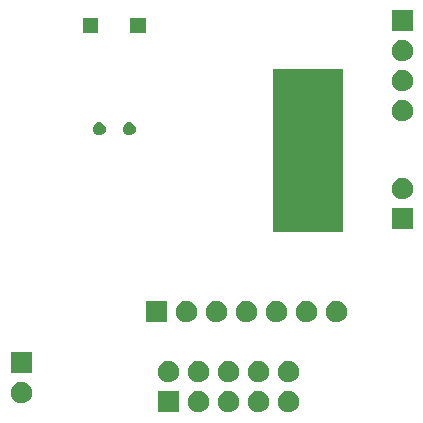
<source format=gbr>
G04 #@! TF.GenerationSoftware,KiCad,Pcbnew,5.1.5-1.fc30*
G04 #@! TF.CreationDate,2020-02-08T00:59:57+03:00*
G04 #@! TF.ProjectId,Tamagotchi-Atmega8,54616d61-676f-4746-9368-692d41746d65,rev?*
G04 #@! TF.SameCoordinates,Original*
G04 #@! TF.FileFunction,Soldermask,Bot*
G04 #@! TF.FilePolarity,Negative*
%FSLAX46Y46*%
G04 Gerber Fmt 4.6, Leading zero omitted, Abs format (unit mm)*
G04 Created by KiCad (PCBNEW 5.1.5-1.fc30) date 2020-02-08 00:59:57*
%MOMM*%
%LPD*%
G04 APERTURE LIST*
%ADD10C,0.100000*%
G04 APERTURE END LIST*
D10*
G36*
X141478000Y-88138000D02*
G01*
X135636000Y-88138000D01*
X135636000Y-74422000D01*
X141478000Y-74422000D01*
X141478000Y-88138000D01*
G37*
X141478000Y-88138000D02*
X135636000Y-88138000D01*
X135636000Y-74422000D01*
X141478000Y-74422000D01*
X141478000Y-88138000D01*
G36*
X127647000Y-103517000D02*
G01*
X125845000Y-103517000D01*
X125845000Y-101715000D01*
X127647000Y-101715000D01*
X127647000Y-103517000D01*
G37*
G36*
X129399512Y-101719927D02*
G01*
X129548812Y-101749624D01*
X129712784Y-101817544D01*
X129860354Y-101916147D01*
X129985853Y-102041646D01*
X130084456Y-102189216D01*
X130152376Y-102353188D01*
X130187000Y-102527259D01*
X130187000Y-102704741D01*
X130152376Y-102878812D01*
X130084456Y-103042784D01*
X129985853Y-103190354D01*
X129860354Y-103315853D01*
X129712784Y-103414456D01*
X129548812Y-103482376D01*
X129399512Y-103512073D01*
X129374742Y-103517000D01*
X129197258Y-103517000D01*
X129172488Y-103512073D01*
X129023188Y-103482376D01*
X128859216Y-103414456D01*
X128711646Y-103315853D01*
X128586147Y-103190354D01*
X128487544Y-103042784D01*
X128419624Y-102878812D01*
X128385000Y-102704741D01*
X128385000Y-102527259D01*
X128419624Y-102353188D01*
X128487544Y-102189216D01*
X128586147Y-102041646D01*
X128711646Y-101916147D01*
X128859216Y-101817544D01*
X129023188Y-101749624D01*
X129172488Y-101719927D01*
X129197258Y-101715000D01*
X129374742Y-101715000D01*
X129399512Y-101719927D01*
G37*
G36*
X131939512Y-101719927D02*
G01*
X132088812Y-101749624D01*
X132252784Y-101817544D01*
X132400354Y-101916147D01*
X132525853Y-102041646D01*
X132624456Y-102189216D01*
X132692376Y-102353188D01*
X132727000Y-102527259D01*
X132727000Y-102704741D01*
X132692376Y-102878812D01*
X132624456Y-103042784D01*
X132525853Y-103190354D01*
X132400354Y-103315853D01*
X132252784Y-103414456D01*
X132088812Y-103482376D01*
X131939512Y-103512073D01*
X131914742Y-103517000D01*
X131737258Y-103517000D01*
X131712488Y-103512073D01*
X131563188Y-103482376D01*
X131399216Y-103414456D01*
X131251646Y-103315853D01*
X131126147Y-103190354D01*
X131027544Y-103042784D01*
X130959624Y-102878812D01*
X130925000Y-102704741D01*
X130925000Y-102527259D01*
X130959624Y-102353188D01*
X131027544Y-102189216D01*
X131126147Y-102041646D01*
X131251646Y-101916147D01*
X131399216Y-101817544D01*
X131563188Y-101749624D01*
X131712488Y-101719927D01*
X131737258Y-101715000D01*
X131914742Y-101715000D01*
X131939512Y-101719927D01*
G37*
G36*
X137019512Y-101719927D02*
G01*
X137168812Y-101749624D01*
X137332784Y-101817544D01*
X137480354Y-101916147D01*
X137605853Y-102041646D01*
X137704456Y-102189216D01*
X137772376Y-102353188D01*
X137807000Y-102527259D01*
X137807000Y-102704741D01*
X137772376Y-102878812D01*
X137704456Y-103042784D01*
X137605853Y-103190354D01*
X137480354Y-103315853D01*
X137332784Y-103414456D01*
X137168812Y-103482376D01*
X137019512Y-103512073D01*
X136994742Y-103517000D01*
X136817258Y-103517000D01*
X136792488Y-103512073D01*
X136643188Y-103482376D01*
X136479216Y-103414456D01*
X136331646Y-103315853D01*
X136206147Y-103190354D01*
X136107544Y-103042784D01*
X136039624Y-102878812D01*
X136005000Y-102704741D01*
X136005000Y-102527259D01*
X136039624Y-102353188D01*
X136107544Y-102189216D01*
X136206147Y-102041646D01*
X136331646Y-101916147D01*
X136479216Y-101817544D01*
X136643188Y-101749624D01*
X136792488Y-101719927D01*
X136817258Y-101715000D01*
X136994742Y-101715000D01*
X137019512Y-101719927D01*
G37*
G36*
X134479512Y-101719927D02*
G01*
X134628812Y-101749624D01*
X134792784Y-101817544D01*
X134940354Y-101916147D01*
X135065853Y-102041646D01*
X135164456Y-102189216D01*
X135232376Y-102353188D01*
X135267000Y-102527259D01*
X135267000Y-102704741D01*
X135232376Y-102878812D01*
X135164456Y-103042784D01*
X135065853Y-103190354D01*
X134940354Y-103315853D01*
X134792784Y-103414456D01*
X134628812Y-103482376D01*
X134479512Y-103512073D01*
X134454742Y-103517000D01*
X134277258Y-103517000D01*
X134252488Y-103512073D01*
X134103188Y-103482376D01*
X133939216Y-103414456D01*
X133791646Y-103315853D01*
X133666147Y-103190354D01*
X133567544Y-103042784D01*
X133499624Y-102878812D01*
X133465000Y-102704741D01*
X133465000Y-102527259D01*
X133499624Y-102353188D01*
X133567544Y-102189216D01*
X133666147Y-102041646D01*
X133791646Y-101916147D01*
X133939216Y-101817544D01*
X134103188Y-101749624D01*
X134252488Y-101719927D01*
X134277258Y-101715000D01*
X134454742Y-101715000D01*
X134479512Y-101719927D01*
G37*
G36*
X114413512Y-100957927D02*
G01*
X114562812Y-100987624D01*
X114726784Y-101055544D01*
X114874354Y-101154147D01*
X114999853Y-101279646D01*
X115098456Y-101427216D01*
X115166376Y-101591188D01*
X115201000Y-101765259D01*
X115201000Y-101942741D01*
X115166376Y-102116812D01*
X115098456Y-102280784D01*
X114999853Y-102428354D01*
X114874354Y-102553853D01*
X114726784Y-102652456D01*
X114562812Y-102720376D01*
X114413512Y-102750073D01*
X114388742Y-102755000D01*
X114211258Y-102755000D01*
X114186488Y-102750073D01*
X114037188Y-102720376D01*
X113873216Y-102652456D01*
X113725646Y-102553853D01*
X113600147Y-102428354D01*
X113501544Y-102280784D01*
X113433624Y-102116812D01*
X113399000Y-101942741D01*
X113399000Y-101765259D01*
X113433624Y-101591188D01*
X113501544Y-101427216D01*
X113600147Y-101279646D01*
X113725646Y-101154147D01*
X113873216Y-101055544D01*
X114037188Y-100987624D01*
X114186488Y-100957927D01*
X114211258Y-100953000D01*
X114388742Y-100953000D01*
X114413512Y-100957927D01*
G37*
G36*
X134479512Y-99179927D02*
G01*
X134628812Y-99209624D01*
X134792784Y-99277544D01*
X134940354Y-99376147D01*
X135065853Y-99501646D01*
X135164456Y-99649216D01*
X135232376Y-99813188D01*
X135267000Y-99987259D01*
X135267000Y-100164741D01*
X135232376Y-100338812D01*
X135164456Y-100502784D01*
X135065853Y-100650354D01*
X134940354Y-100775853D01*
X134792784Y-100874456D01*
X134628812Y-100942376D01*
X134479512Y-100972073D01*
X134454742Y-100977000D01*
X134277258Y-100977000D01*
X134252488Y-100972073D01*
X134103188Y-100942376D01*
X133939216Y-100874456D01*
X133791646Y-100775853D01*
X133666147Y-100650354D01*
X133567544Y-100502784D01*
X133499624Y-100338812D01*
X133465000Y-100164741D01*
X133465000Y-99987259D01*
X133499624Y-99813188D01*
X133567544Y-99649216D01*
X133666147Y-99501646D01*
X133791646Y-99376147D01*
X133939216Y-99277544D01*
X134103188Y-99209624D01*
X134252488Y-99179927D01*
X134277258Y-99175000D01*
X134454742Y-99175000D01*
X134479512Y-99179927D01*
G37*
G36*
X126859512Y-99179927D02*
G01*
X127008812Y-99209624D01*
X127172784Y-99277544D01*
X127320354Y-99376147D01*
X127445853Y-99501646D01*
X127544456Y-99649216D01*
X127612376Y-99813188D01*
X127647000Y-99987259D01*
X127647000Y-100164741D01*
X127612376Y-100338812D01*
X127544456Y-100502784D01*
X127445853Y-100650354D01*
X127320354Y-100775853D01*
X127172784Y-100874456D01*
X127008812Y-100942376D01*
X126859512Y-100972073D01*
X126834742Y-100977000D01*
X126657258Y-100977000D01*
X126632488Y-100972073D01*
X126483188Y-100942376D01*
X126319216Y-100874456D01*
X126171646Y-100775853D01*
X126046147Y-100650354D01*
X125947544Y-100502784D01*
X125879624Y-100338812D01*
X125845000Y-100164741D01*
X125845000Y-99987259D01*
X125879624Y-99813188D01*
X125947544Y-99649216D01*
X126046147Y-99501646D01*
X126171646Y-99376147D01*
X126319216Y-99277544D01*
X126483188Y-99209624D01*
X126632488Y-99179927D01*
X126657258Y-99175000D01*
X126834742Y-99175000D01*
X126859512Y-99179927D01*
G37*
G36*
X129399512Y-99179927D02*
G01*
X129548812Y-99209624D01*
X129712784Y-99277544D01*
X129860354Y-99376147D01*
X129985853Y-99501646D01*
X130084456Y-99649216D01*
X130152376Y-99813188D01*
X130187000Y-99987259D01*
X130187000Y-100164741D01*
X130152376Y-100338812D01*
X130084456Y-100502784D01*
X129985853Y-100650354D01*
X129860354Y-100775853D01*
X129712784Y-100874456D01*
X129548812Y-100942376D01*
X129399512Y-100972073D01*
X129374742Y-100977000D01*
X129197258Y-100977000D01*
X129172488Y-100972073D01*
X129023188Y-100942376D01*
X128859216Y-100874456D01*
X128711646Y-100775853D01*
X128586147Y-100650354D01*
X128487544Y-100502784D01*
X128419624Y-100338812D01*
X128385000Y-100164741D01*
X128385000Y-99987259D01*
X128419624Y-99813188D01*
X128487544Y-99649216D01*
X128586147Y-99501646D01*
X128711646Y-99376147D01*
X128859216Y-99277544D01*
X129023188Y-99209624D01*
X129172488Y-99179927D01*
X129197258Y-99175000D01*
X129374742Y-99175000D01*
X129399512Y-99179927D01*
G37*
G36*
X131939512Y-99179927D02*
G01*
X132088812Y-99209624D01*
X132252784Y-99277544D01*
X132400354Y-99376147D01*
X132525853Y-99501646D01*
X132624456Y-99649216D01*
X132692376Y-99813188D01*
X132727000Y-99987259D01*
X132727000Y-100164741D01*
X132692376Y-100338812D01*
X132624456Y-100502784D01*
X132525853Y-100650354D01*
X132400354Y-100775853D01*
X132252784Y-100874456D01*
X132088812Y-100942376D01*
X131939512Y-100972073D01*
X131914742Y-100977000D01*
X131737258Y-100977000D01*
X131712488Y-100972073D01*
X131563188Y-100942376D01*
X131399216Y-100874456D01*
X131251646Y-100775853D01*
X131126147Y-100650354D01*
X131027544Y-100502784D01*
X130959624Y-100338812D01*
X130925000Y-100164741D01*
X130925000Y-99987259D01*
X130959624Y-99813188D01*
X131027544Y-99649216D01*
X131126147Y-99501646D01*
X131251646Y-99376147D01*
X131399216Y-99277544D01*
X131563188Y-99209624D01*
X131712488Y-99179927D01*
X131737258Y-99175000D01*
X131914742Y-99175000D01*
X131939512Y-99179927D01*
G37*
G36*
X137019512Y-99179927D02*
G01*
X137168812Y-99209624D01*
X137332784Y-99277544D01*
X137480354Y-99376147D01*
X137605853Y-99501646D01*
X137704456Y-99649216D01*
X137772376Y-99813188D01*
X137807000Y-99987259D01*
X137807000Y-100164741D01*
X137772376Y-100338812D01*
X137704456Y-100502784D01*
X137605853Y-100650354D01*
X137480354Y-100775853D01*
X137332784Y-100874456D01*
X137168812Y-100942376D01*
X137019512Y-100972073D01*
X136994742Y-100977000D01*
X136817258Y-100977000D01*
X136792488Y-100972073D01*
X136643188Y-100942376D01*
X136479216Y-100874456D01*
X136331646Y-100775853D01*
X136206147Y-100650354D01*
X136107544Y-100502784D01*
X136039624Y-100338812D01*
X136005000Y-100164741D01*
X136005000Y-99987259D01*
X136039624Y-99813188D01*
X136107544Y-99649216D01*
X136206147Y-99501646D01*
X136331646Y-99376147D01*
X136479216Y-99277544D01*
X136643188Y-99209624D01*
X136792488Y-99179927D01*
X136817258Y-99175000D01*
X136994742Y-99175000D01*
X137019512Y-99179927D01*
G37*
G36*
X115201000Y-100215000D02*
G01*
X113399000Y-100215000D01*
X113399000Y-98413000D01*
X115201000Y-98413000D01*
X115201000Y-100215000D01*
G37*
G36*
X130923512Y-94099927D02*
G01*
X131072812Y-94129624D01*
X131236784Y-94197544D01*
X131384354Y-94296147D01*
X131509853Y-94421646D01*
X131608456Y-94569216D01*
X131676376Y-94733188D01*
X131711000Y-94907259D01*
X131711000Y-95084741D01*
X131676376Y-95258812D01*
X131608456Y-95422784D01*
X131509853Y-95570354D01*
X131384354Y-95695853D01*
X131236784Y-95794456D01*
X131072812Y-95862376D01*
X130923512Y-95892073D01*
X130898742Y-95897000D01*
X130721258Y-95897000D01*
X130696488Y-95892073D01*
X130547188Y-95862376D01*
X130383216Y-95794456D01*
X130235646Y-95695853D01*
X130110147Y-95570354D01*
X130011544Y-95422784D01*
X129943624Y-95258812D01*
X129909000Y-95084741D01*
X129909000Y-94907259D01*
X129943624Y-94733188D01*
X130011544Y-94569216D01*
X130110147Y-94421646D01*
X130235646Y-94296147D01*
X130383216Y-94197544D01*
X130547188Y-94129624D01*
X130696488Y-94099927D01*
X130721258Y-94095000D01*
X130898742Y-94095000D01*
X130923512Y-94099927D01*
G37*
G36*
X141083512Y-94099927D02*
G01*
X141232812Y-94129624D01*
X141396784Y-94197544D01*
X141544354Y-94296147D01*
X141669853Y-94421646D01*
X141768456Y-94569216D01*
X141836376Y-94733188D01*
X141871000Y-94907259D01*
X141871000Y-95084741D01*
X141836376Y-95258812D01*
X141768456Y-95422784D01*
X141669853Y-95570354D01*
X141544354Y-95695853D01*
X141396784Y-95794456D01*
X141232812Y-95862376D01*
X141083512Y-95892073D01*
X141058742Y-95897000D01*
X140881258Y-95897000D01*
X140856488Y-95892073D01*
X140707188Y-95862376D01*
X140543216Y-95794456D01*
X140395646Y-95695853D01*
X140270147Y-95570354D01*
X140171544Y-95422784D01*
X140103624Y-95258812D01*
X140069000Y-95084741D01*
X140069000Y-94907259D01*
X140103624Y-94733188D01*
X140171544Y-94569216D01*
X140270147Y-94421646D01*
X140395646Y-94296147D01*
X140543216Y-94197544D01*
X140707188Y-94129624D01*
X140856488Y-94099927D01*
X140881258Y-94095000D01*
X141058742Y-94095000D01*
X141083512Y-94099927D01*
G37*
G36*
X138543512Y-94099927D02*
G01*
X138692812Y-94129624D01*
X138856784Y-94197544D01*
X139004354Y-94296147D01*
X139129853Y-94421646D01*
X139228456Y-94569216D01*
X139296376Y-94733188D01*
X139331000Y-94907259D01*
X139331000Y-95084741D01*
X139296376Y-95258812D01*
X139228456Y-95422784D01*
X139129853Y-95570354D01*
X139004354Y-95695853D01*
X138856784Y-95794456D01*
X138692812Y-95862376D01*
X138543512Y-95892073D01*
X138518742Y-95897000D01*
X138341258Y-95897000D01*
X138316488Y-95892073D01*
X138167188Y-95862376D01*
X138003216Y-95794456D01*
X137855646Y-95695853D01*
X137730147Y-95570354D01*
X137631544Y-95422784D01*
X137563624Y-95258812D01*
X137529000Y-95084741D01*
X137529000Y-94907259D01*
X137563624Y-94733188D01*
X137631544Y-94569216D01*
X137730147Y-94421646D01*
X137855646Y-94296147D01*
X138003216Y-94197544D01*
X138167188Y-94129624D01*
X138316488Y-94099927D01*
X138341258Y-94095000D01*
X138518742Y-94095000D01*
X138543512Y-94099927D01*
G37*
G36*
X136003512Y-94099927D02*
G01*
X136152812Y-94129624D01*
X136316784Y-94197544D01*
X136464354Y-94296147D01*
X136589853Y-94421646D01*
X136688456Y-94569216D01*
X136756376Y-94733188D01*
X136791000Y-94907259D01*
X136791000Y-95084741D01*
X136756376Y-95258812D01*
X136688456Y-95422784D01*
X136589853Y-95570354D01*
X136464354Y-95695853D01*
X136316784Y-95794456D01*
X136152812Y-95862376D01*
X136003512Y-95892073D01*
X135978742Y-95897000D01*
X135801258Y-95897000D01*
X135776488Y-95892073D01*
X135627188Y-95862376D01*
X135463216Y-95794456D01*
X135315646Y-95695853D01*
X135190147Y-95570354D01*
X135091544Y-95422784D01*
X135023624Y-95258812D01*
X134989000Y-95084741D01*
X134989000Y-94907259D01*
X135023624Y-94733188D01*
X135091544Y-94569216D01*
X135190147Y-94421646D01*
X135315646Y-94296147D01*
X135463216Y-94197544D01*
X135627188Y-94129624D01*
X135776488Y-94099927D01*
X135801258Y-94095000D01*
X135978742Y-94095000D01*
X136003512Y-94099927D01*
G37*
G36*
X126631000Y-95897000D02*
G01*
X124829000Y-95897000D01*
X124829000Y-94095000D01*
X126631000Y-94095000D01*
X126631000Y-95897000D01*
G37*
G36*
X128383512Y-94099927D02*
G01*
X128532812Y-94129624D01*
X128696784Y-94197544D01*
X128844354Y-94296147D01*
X128969853Y-94421646D01*
X129068456Y-94569216D01*
X129136376Y-94733188D01*
X129171000Y-94907259D01*
X129171000Y-95084741D01*
X129136376Y-95258812D01*
X129068456Y-95422784D01*
X128969853Y-95570354D01*
X128844354Y-95695853D01*
X128696784Y-95794456D01*
X128532812Y-95862376D01*
X128383512Y-95892073D01*
X128358742Y-95897000D01*
X128181258Y-95897000D01*
X128156488Y-95892073D01*
X128007188Y-95862376D01*
X127843216Y-95794456D01*
X127695646Y-95695853D01*
X127570147Y-95570354D01*
X127471544Y-95422784D01*
X127403624Y-95258812D01*
X127369000Y-95084741D01*
X127369000Y-94907259D01*
X127403624Y-94733188D01*
X127471544Y-94569216D01*
X127570147Y-94421646D01*
X127695646Y-94296147D01*
X127843216Y-94197544D01*
X128007188Y-94129624D01*
X128156488Y-94099927D01*
X128181258Y-94095000D01*
X128358742Y-94095000D01*
X128383512Y-94099927D01*
G37*
G36*
X133463512Y-94099927D02*
G01*
X133612812Y-94129624D01*
X133776784Y-94197544D01*
X133924354Y-94296147D01*
X134049853Y-94421646D01*
X134148456Y-94569216D01*
X134216376Y-94733188D01*
X134251000Y-94907259D01*
X134251000Y-95084741D01*
X134216376Y-95258812D01*
X134148456Y-95422784D01*
X134049853Y-95570354D01*
X133924354Y-95695853D01*
X133776784Y-95794456D01*
X133612812Y-95862376D01*
X133463512Y-95892073D01*
X133438742Y-95897000D01*
X133261258Y-95897000D01*
X133236488Y-95892073D01*
X133087188Y-95862376D01*
X132923216Y-95794456D01*
X132775646Y-95695853D01*
X132650147Y-95570354D01*
X132551544Y-95422784D01*
X132483624Y-95258812D01*
X132449000Y-95084741D01*
X132449000Y-94907259D01*
X132483624Y-94733188D01*
X132551544Y-94569216D01*
X132650147Y-94421646D01*
X132775646Y-94296147D01*
X132923216Y-94197544D01*
X133087188Y-94129624D01*
X133236488Y-94099927D01*
X133261258Y-94095000D01*
X133438742Y-94095000D01*
X133463512Y-94099927D01*
G37*
G36*
X147459000Y-88023000D02*
G01*
X145657000Y-88023000D01*
X145657000Y-86221000D01*
X147459000Y-86221000D01*
X147459000Y-88023000D01*
G37*
G36*
X146671512Y-83685927D02*
G01*
X146820812Y-83715624D01*
X146984784Y-83783544D01*
X147132354Y-83882147D01*
X147257853Y-84007646D01*
X147356456Y-84155216D01*
X147424376Y-84319188D01*
X147459000Y-84493259D01*
X147459000Y-84670741D01*
X147424376Y-84844812D01*
X147356456Y-85008784D01*
X147257853Y-85156354D01*
X147132354Y-85281853D01*
X146984784Y-85380456D01*
X146820812Y-85448376D01*
X146671512Y-85478073D01*
X146646742Y-85483000D01*
X146469258Y-85483000D01*
X146444488Y-85478073D01*
X146295188Y-85448376D01*
X146131216Y-85380456D01*
X145983646Y-85281853D01*
X145858147Y-85156354D01*
X145759544Y-85008784D01*
X145691624Y-84844812D01*
X145657000Y-84670741D01*
X145657000Y-84493259D01*
X145691624Y-84319188D01*
X145759544Y-84155216D01*
X145858147Y-84007646D01*
X145983646Y-83882147D01*
X146131216Y-83783544D01*
X146295188Y-83715624D01*
X146444488Y-83685927D01*
X146469258Y-83681000D01*
X146646742Y-83681000D01*
X146671512Y-83685927D01*
G37*
G36*
X123604721Y-78972174D02*
G01*
X123704995Y-79013709D01*
X123704996Y-79013710D01*
X123795242Y-79074010D01*
X123871990Y-79150758D01*
X123871991Y-79150760D01*
X123932291Y-79241005D01*
X123973826Y-79341279D01*
X123995000Y-79447730D01*
X123995000Y-79556270D01*
X123973826Y-79662721D01*
X123932291Y-79762995D01*
X123932290Y-79762996D01*
X123871990Y-79853242D01*
X123795242Y-79929990D01*
X123749812Y-79960345D01*
X123704995Y-79990291D01*
X123604721Y-80031826D01*
X123498270Y-80053000D01*
X123389730Y-80053000D01*
X123283279Y-80031826D01*
X123183005Y-79990291D01*
X123138188Y-79960345D01*
X123092758Y-79929990D01*
X123016010Y-79853242D01*
X122955710Y-79762996D01*
X122955709Y-79762995D01*
X122914174Y-79662721D01*
X122893000Y-79556270D01*
X122893000Y-79447730D01*
X122914174Y-79341279D01*
X122955709Y-79241005D01*
X123016009Y-79150760D01*
X123016010Y-79150758D01*
X123092758Y-79074010D01*
X123183004Y-79013710D01*
X123183005Y-79013709D01*
X123283279Y-78972174D01*
X123389730Y-78951000D01*
X123498270Y-78951000D01*
X123604721Y-78972174D01*
G37*
G36*
X121064721Y-78972174D02*
G01*
X121164995Y-79013709D01*
X121164996Y-79013710D01*
X121255242Y-79074010D01*
X121331990Y-79150758D01*
X121331991Y-79150760D01*
X121392291Y-79241005D01*
X121433826Y-79341279D01*
X121455000Y-79447730D01*
X121455000Y-79556270D01*
X121433826Y-79662721D01*
X121392291Y-79762995D01*
X121392290Y-79762996D01*
X121331990Y-79853242D01*
X121255242Y-79929990D01*
X121209812Y-79960345D01*
X121164995Y-79990291D01*
X121064721Y-80031826D01*
X120958270Y-80053000D01*
X120849730Y-80053000D01*
X120743279Y-80031826D01*
X120643005Y-79990291D01*
X120598188Y-79960345D01*
X120552758Y-79929990D01*
X120476010Y-79853242D01*
X120415710Y-79762996D01*
X120415709Y-79762995D01*
X120374174Y-79662721D01*
X120353000Y-79556270D01*
X120353000Y-79447730D01*
X120374174Y-79341279D01*
X120415709Y-79241005D01*
X120476009Y-79150760D01*
X120476010Y-79150758D01*
X120552758Y-79074010D01*
X120643004Y-79013710D01*
X120643005Y-79013709D01*
X120743279Y-78972174D01*
X120849730Y-78951000D01*
X120958270Y-78951000D01*
X121064721Y-78972174D01*
G37*
G36*
X146671512Y-77081927D02*
G01*
X146820812Y-77111624D01*
X146984784Y-77179544D01*
X147132354Y-77278147D01*
X147257853Y-77403646D01*
X147356456Y-77551216D01*
X147424376Y-77715188D01*
X147459000Y-77889259D01*
X147459000Y-78066741D01*
X147424376Y-78240812D01*
X147356456Y-78404784D01*
X147257853Y-78552354D01*
X147132354Y-78677853D01*
X146984784Y-78776456D01*
X146820812Y-78844376D01*
X146671512Y-78874073D01*
X146646742Y-78879000D01*
X146469258Y-78879000D01*
X146444488Y-78874073D01*
X146295188Y-78844376D01*
X146131216Y-78776456D01*
X145983646Y-78677853D01*
X145858147Y-78552354D01*
X145759544Y-78404784D01*
X145691624Y-78240812D01*
X145657000Y-78066741D01*
X145657000Y-77889259D01*
X145691624Y-77715188D01*
X145759544Y-77551216D01*
X145858147Y-77403646D01*
X145983646Y-77278147D01*
X146131216Y-77179544D01*
X146295188Y-77111624D01*
X146444488Y-77081927D01*
X146469258Y-77077000D01*
X146646742Y-77077000D01*
X146671512Y-77081927D01*
G37*
G36*
X146671512Y-74541927D02*
G01*
X146820812Y-74571624D01*
X146984784Y-74639544D01*
X147132354Y-74738147D01*
X147257853Y-74863646D01*
X147356456Y-75011216D01*
X147424376Y-75175188D01*
X147459000Y-75349259D01*
X147459000Y-75526741D01*
X147424376Y-75700812D01*
X147356456Y-75864784D01*
X147257853Y-76012354D01*
X147132354Y-76137853D01*
X146984784Y-76236456D01*
X146820812Y-76304376D01*
X146671512Y-76334073D01*
X146646742Y-76339000D01*
X146469258Y-76339000D01*
X146444488Y-76334073D01*
X146295188Y-76304376D01*
X146131216Y-76236456D01*
X145983646Y-76137853D01*
X145858147Y-76012354D01*
X145759544Y-75864784D01*
X145691624Y-75700812D01*
X145657000Y-75526741D01*
X145657000Y-75349259D01*
X145691624Y-75175188D01*
X145759544Y-75011216D01*
X145858147Y-74863646D01*
X145983646Y-74738147D01*
X146131216Y-74639544D01*
X146295188Y-74571624D01*
X146444488Y-74541927D01*
X146469258Y-74537000D01*
X146646742Y-74537000D01*
X146671512Y-74541927D01*
G37*
G36*
X146671512Y-72001927D02*
G01*
X146820812Y-72031624D01*
X146984784Y-72099544D01*
X147132354Y-72198147D01*
X147257853Y-72323646D01*
X147356456Y-72471216D01*
X147424376Y-72635188D01*
X147459000Y-72809259D01*
X147459000Y-72986741D01*
X147424376Y-73160812D01*
X147356456Y-73324784D01*
X147257853Y-73472354D01*
X147132354Y-73597853D01*
X146984784Y-73696456D01*
X146820812Y-73764376D01*
X146671512Y-73794073D01*
X146646742Y-73799000D01*
X146469258Y-73799000D01*
X146444488Y-73794073D01*
X146295188Y-73764376D01*
X146131216Y-73696456D01*
X145983646Y-73597853D01*
X145858147Y-73472354D01*
X145759544Y-73324784D01*
X145691624Y-73160812D01*
X145657000Y-72986741D01*
X145657000Y-72809259D01*
X145691624Y-72635188D01*
X145759544Y-72471216D01*
X145858147Y-72323646D01*
X145983646Y-72198147D01*
X146131216Y-72099544D01*
X146295188Y-72031624D01*
X146444488Y-72001927D01*
X146469258Y-71997000D01*
X146646742Y-71997000D01*
X146671512Y-72001927D01*
G37*
G36*
X120825000Y-71403000D02*
G01*
X119523000Y-71403000D01*
X119523000Y-70101000D01*
X120825000Y-70101000D01*
X120825000Y-71403000D01*
G37*
G36*
X124825000Y-71403000D02*
G01*
X123523000Y-71403000D01*
X123523000Y-70101000D01*
X124825000Y-70101000D01*
X124825000Y-71403000D01*
G37*
G36*
X147459000Y-71259000D02*
G01*
X145657000Y-71259000D01*
X145657000Y-69457000D01*
X147459000Y-69457000D01*
X147459000Y-71259000D01*
G37*
M02*

</source>
